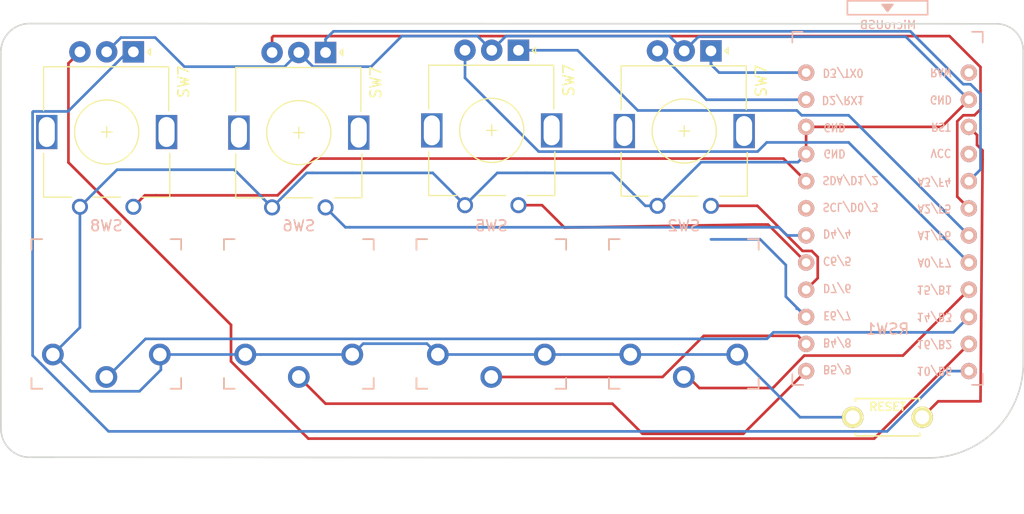
<source format=kicad_pcb>
(kicad_pcb (version 20171130) (host pcbnew "(5.1.4-0-10_14)")

  (general
    (thickness 1.6)
    (drawings 8)
    (tracks 185)
    (zones 0)
    (modules 10)
    (nets 23)
  )

  (page A4)
  (title_block
    (title mkbd)
    (date 2019-04-18)
    (rev 0.1)
    (company foostan)
  )

  (layers
    (0 F.Cu signal)
    (31 B.Cu signal)
    (32 B.Adhes user)
    (33 F.Adhes user)
    (34 B.Paste user)
    (35 F.Paste user)
    (36 B.SilkS user)
    (37 F.SilkS user)
    (38 B.Mask user)
    (39 F.Mask user)
    (40 Dwgs.User user)
    (41 Cmts.User user)
    (42 Eco1.User user)
    (43 Eco2.User user)
    (44 Edge.Cuts user)
    (45 Margin user)
    (46 B.CrtYd user)
    (47 F.CrtYd user)
    (48 B.Fab user)
    (49 F.Fab user)
  )

  (setup
    (last_trace_width 0.25)
    (trace_clearance 0.2)
    (zone_clearance 0.508)
    (zone_45_only no)
    (trace_min 0.2)
    (via_size 0.8)
    (via_drill 0.4)
    (via_min_size 0.4)
    (via_min_drill 0.3)
    (uvia_size 0.3)
    (uvia_drill 0.1)
    (uvias_allowed no)
    (uvia_min_size 0.2)
    (uvia_min_drill 0.1)
    (edge_width 0.15)
    (segment_width 0.2)
    (pcb_text_width 0.3)
    (pcb_text_size 1.5 1.5)
    (mod_edge_width 0.15)
    (mod_text_size 1 1)
    (mod_text_width 0.15)
    (pad_size 2 2)
    (pad_drill 1)
    (pad_to_mask_clearance 0.2)
    (aux_axis_origin 0 0)
    (visible_elements FFFFFF7F)
    (pcbplotparams
      (layerselection 0x010c0_ffffffff)
      (usegerberextensions false)
      (usegerberattributes false)
      (usegerberadvancedattributes false)
      (creategerberjobfile false)
      (excludeedgelayer true)
      (linewidth 0.100000)
      (plotframeref false)
      (viasonmask false)
      (mode 1)
      (useauxorigin false)
      (hpglpennumber 1)
      (hpglpenspeed 20)
      (hpglpendiameter 15.000000)
      (psnegative false)
      (psa4output false)
      (plotreference true)
      (plotvalue true)
      (plotinvisibletext false)
      (padsonsilk false)
      (subtractmaskfromsilk false)
      (outputformat 1)
      (mirror false)
      (drillshape 0)
      (scaleselection 1)
      (outputdirectory "gerber/"))
  )

  (net 0 "")
  (net 1 /RESET)
  (net 2 GND)
  (net 3 /SW_1)
  (net 4 /SW_2)
  (net 5 /SW_3)
  (net 6 /SW_4)
  (net 7 /SW_5)
  (net 8 /SW_6)
  (net 9 "Net-(U1-Pad24)")
  (net 10 VCC)
  (net 11 "Net-(U1-Pad20)")
  (net 12 "Net-(U1-Pad19)")
  (net 13 "Net-(U1-Pad18)")
  (net 14 "Net-(U1-Pad17)")
  (net 15 "Net-(U1-Pad16)")
  (net 16 "Net-(U1-Pad15)")
  (net 17 "Net-(U1-Pad14)")
  (net 18 "Net-(U1-Pad13)")
  (net 19 "Net-(U1-Pad6)")
  (net 20 "Net-(U1-Pad5)")
  (net 21 "Net-(SW7-PadA)")
  (net 22 "Net-(SW7-PadB)")

  (net_class Default "これはデフォルトのネット クラスです。"
    (clearance 0.2)
    (trace_width 0.25)
    (via_dia 0.8)
    (via_drill 0.4)
    (uvia_dia 0.3)
    (uvia_drill 0.1)
    (add_net /RESET)
    (add_net /SW_1)
    (add_net /SW_2)
    (add_net /SW_3)
    (add_net /SW_4)
    (add_net /SW_5)
    (add_net /SW_6)
    (add_net GND)
    (add_net "Net-(SW7-PadA)")
    (add_net "Net-(SW7-PadB)")
    (add_net "Net-(U1-Pad13)")
    (add_net "Net-(U1-Pad14)")
    (add_net "Net-(U1-Pad15)")
    (add_net "Net-(U1-Pad16)")
    (add_net "Net-(U1-Pad17)")
    (add_net "Net-(U1-Pad18)")
    (add_net "Net-(U1-Pad19)")
    (add_net "Net-(U1-Pad20)")
    (add_net "Net-(U1-Pad24)")
    (add_net "Net-(U1-Pad5)")
    (add_net "Net-(U1-Pad6)")
    (add_net VCC)
  )

  (module Rotary_Encoder:RotaryEncoder_Alps_EC11E_Vertical_H20mm (layer F.Cu) (tedit 5EF203AB) (tstamp 5EF23868)
    (at 40.99 62.95 270)
    (descr "Alps rotary encoder, EC12E... without switch (pins are dummy), vertical shaft, http://www.alps.com/prod/info/E/HTML/Encoder/Incremental/EC11/EC11E15204A3.html")
    (tags "rotary encoder")
    (path /5E9A134E)
    (fp_text reference SW7 (at 2.8 -4.7 90) (layer F.SilkS)
      (effects (font (size 1 1) (thickness 0.15)))
    )
    (fp_text value Rotary_Encoder_Switch (at 7.5 10.4 90) (layer F.Fab)
      (effects (font (size 1 1) (thickness 0.15)))
    )
    (fp_text user %R (at 11.1 6.3 90) (layer F.Fab)
      (effects (font (size 1 1) (thickness 0.15)))
    )
    (fp_line (start 7 2.5) (end 8 2.5) (layer F.SilkS) (width 0.12))
    (fp_line (start 7.5 2) (end 7.5 3) (layer F.SilkS) (width 0.12))
    (fp_line (start 13.6 5.8) (end 13.6 8.4) (layer F.SilkS) (width 0.12))
    (fp_line (start 13.6 1.2) (end 13.6 3.8) (layer F.SilkS) (width 0.12))
    (fp_line (start 13.6 -3.4) (end 13.6 -0.8) (layer F.SilkS) (width 0.12))
    (fp_line (start 4.5 2.5) (end 10.5 2.5) (layer F.Fab) (width 0.12))
    (fp_line (start 7.5 -0.5) (end 7.5 5.5) (layer F.Fab) (width 0.12))
    (fp_line (start 0.3 -1.6) (end 0 -1.3) (layer F.SilkS) (width 0.12))
    (fp_line (start -0.3 -1.6) (end 0.3 -1.6) (layer F.SilkS) (width 0.12))
    (fp_line (start 0 -1.3) (end -0.3 -1.6) (layer F.SilkS) (width 0.12))
    (fp_line (start 1.4 -3.3) (end 1.4 8.4) (layer F.SilkS) (width 0.12))
    (fp_line (start 5.5 -3.3) (end 1.4 -3.3) (layer F.SilkS) (width 0.12))
    (fp_line (start 5.5 8.4) (end 1.4 8.4) (layer F.SilkS) (width 0.12))
    (fp_line (start 13.6 8.4) (end 9.5 8.4) (layer F.SilkS) (width 0.12))
    (fp_line (start 9.5 -3.4) (end 13.6 -3.4) (layer F.SilkS) (width 0.12))
    (fp_line (start 1.5 -2.2) (end 2.5 -3.3) (layer F.Fab) (width 0.12))
    (fp_line (start 1.5 8.3) (end 1.5 -2.2) (layer F.Fab) (width 0.12))
    (fp_line (start 13.5 8.3) (end 1.5 8.3) (layer F.Fab) (width 0.12))
    (fp_line (start 13.5 -3.3) (end 13.5 8.3) (layer F.Fab) (width 0.12))
    (fp_line (start 2.5 -3.3) (end 13.5 -3.3) (layer F.Fab) (width 0.12))
    (fp_line (start -1.25 -4.35) (end 15.5 -4.35) (layer F.CrtYd) (width 0.05))
    (fp_line (start -1.25 -4.35) (end -1.25 9.35) (layer F.CrtYd) (width 0.05))
    (fp_line (start 15.5 9.35) (end 15.5 -4.35) (layer F.CrtYd) (width 0.05))
    (fp_line (start 15.5 9.35) (end -1.25 9.35) (layer F.CrtYd) (width 0.05))
    (fp_circle (center 7.5 2.5) (end 10.5 2.5) (layer F.SilkS) (width 0.12))
    (fp_circle (center 7.5 2.5) (end 10.5 2.5) (layer F.Fab) (width 0.12))
    (pad "" thru_hole circle (at 14.5 5 270) (size 1.5 1.5) (drill 1) (layers *.Cu *.Mask)
      (net 2 GND))
    (pad "" thru_hole circle (at 14.5 0 270) (size 1.5 1.5) (drill 1) (layers *.Cu *.Mask)
      (net 20 "Net-(U1-Pad5)"))
    (pad MP thru_hole rect (at 7.5 8.1 270) (size 3.2 2) (drill oval 2.8 1.5) (layers *.Cu *.Mask))
    (pad MP thru_hole rect (at 7.5 -3.1 270) (size 3.2 2) (drill oval 2.8 1.5) (layers *.Cu *.Mask))
    (pad B thru_hole circle (at 0 5 270) (size 2 2) (drill 1) (layers *.Cu *.Mask)
      (net 17 "Net-(U1-Pad14)"))
    (pad C thru_hole circle (at 0 2.5 270) (size 2 2) (drill 1) (layers *.Cu *.Mask)
      (net 2 GND))
    (pad A thru_hole rect (at 0 0 270) (size 2 2) (drill 1) (layers *.Cu *.Mask)
      (net 18 "Net-(U1-Pad13)"))
    (model ${KISYS3DMOD}/Rotary_Encoder.3dshapes/RotaryEncoder_Alps_EC11E_Vertical_H20mm.wrl
      (at (xyz 0 0 0))
      (scale (xyz 1 1 1))
      (rotate (xyz 0 0 0))
    )
  )

  (module Rotary_Encoder:RotaryEncoder_Alps_EC11E_Vertical_H20mm (layer F.Cu) (tedit 5EF20364) (tstamp 5EF2381E)
    (at 58.96 63.01 270)
    (descr "Alps rotary encoder, EC12E... without switch (pins are dummy), vertical shaft, http://www.alps.com/prod/info/E/HTML/Encoder/Incremental/EC11/EC11E15204A3.html")
    (tags "rotary encoder")
    (path /5E9A134E)
    (fp_text reference SW7 (at 2.8 -4.7 90) (layer F.SilkS)
      (effects (font (size 1 1) (thickness 0.15)))
    )
    (fp_text value Rotary_Encoder_Switch (at 7.5 10.4 90) (layer F.Fab)
      (effects (font (size 1 1) (thickness 0.15)))
    )
    (fp_circle (center 7.5 2.5) (end 10.5 2.5) (layer F.Fab) (width 0.12))
    (fp_circle (center 7.5 2.5) (end 10.5 2.5) (layer F.SilkS) (width 0.12))
    (fp_line (start 15.5 9.35) (end -1.25 9.35) (layer F.CrtYd) (width 0.05))
    (fp_line (start 15.5 9.35) (end 15.5 -4.35) (layer F.CrtYd) (width 0.05))
    (fp_line (start -1.25 -4.35) (end -1.25 9.35) (layer F.CrtYd) (width 0.05))
    (fp_line (start -1.25 -4.35) (end 15.5 -4.35) (layer F.CrtYd) (width 0.05))
    (fp_line (start 2.5 -3.3) (end 13.5 -3.3) (layer F.Fab) (width 0.12))
    (fp_line (start 13.5 -3.3) (end 13.5 8.3) (layer F.Fab) (width 0.12))
    (fp_line (start 13.5 8.3) (end 1.5 8.3) (layer F.Fab) (width 0.12))
    (fp_line (start 1.5 8.3) (end 1.5 -2.2) (layer F.Fab) (width 0.12))
    (fp_line (start 1.5 -2.2) (end 2.5 -3.3) (layer F.Fab) (width 0.12))
    (fp_line (start 9.5 -3.4) (end 13.6 -3.4) (layer F.SilkS) (width 0.12))
    (fp_line (start 13.6 8.4) (end 9.5 8.4) (layer F.SilkS) (width 0.12))
    (fp_line (start 5.5 8.4) (end 1.4 8.4) (layer F.SilkS) (width 0.12))
    (fp_line (start 5.5 -3.3) (end 1.4 -3.3) (layer F.SilkS) (width 0.12))
    (fp_line (start 1.4 -3.3) (end 1.4 8.4) (layer F.SilkS) (width 0.12))
    (fp_line (start 0 -1.3) (end -0.3 -1.6) (layer F.SilkS) (width 0.12))
    (fp_line (start -0.3 -1.6) (end 0.3 -1.6) (layer F.SilkS) (width 0.12))
    (fp_line (start 0.3 -1.6) (end 0 -1.3) (layer F.SilkS) (width 0.12))
    (fp_line (start 7.5 -0.5) (end 7.5 5.5) (layer F.Fab) (width 0.12))
    (fp_line (start 4.5 2.5) (end 10.5 2.5) (layer F.Fab) (width 0.12))
    (fp_line (start 13.6 -3.4) (end 13.6 -0.8) (layer F.SilkS) (width 0.12))
    (fp_line (start 13.6 1.2) (end 13.6 3.8) (layer F.SilkS) (width 0.12))
    (fp_line (start 13.6 5.8) (end 13.6 8.4) (layer F.SilkS) (width 0.12))
    (fp_line (start 7.5 2) (end 7.5 3) (layer F.SilkS) (width 0.12))
    (fp_line (start 7 2.5) (end 8 2.5) (layer F.SilkS) (width 0.12))
    (fp_text user %R (at 11.1 6.3 90) (layer F.Fab)
      (effects (font (size 1 1) (thickness 0.15)))
    )
    (pad A thru_hole rect (at 0 0 270) (size 2 2) (drill 1) (layers *.Cu *.Mask)
      (net 11 "Net-(U1-Pad20)"))
    (pad C thru_hole circle (at 0 2.5 270) (size 2 2) (drill 1) (layers *.Cu *.Mask)
      (net 2 GND))
    (pad B thru_hole circle (at 0 5 270) (size 2 2) (drill 1) (layers *.Cu *.Mask)
      (net 12 "Net-(U1-Pad19)"))
    (pad MP thru_hole rect (at 7.5 -3.1 270) (size 3.2 2) (drill oval 2.8 1.5) (layers *.Cu *.Mask))
    (pad MP thru_hole rect (at 7.5 8.1 270) (size 3.2 2) (drill oval 2.8 1.5) (layers *.Cu *.Mask))
    (pad "" thru_hole circle (at 14.5 0 270) (size 1.5 1.5) (drill 1) (layers *.Cu *.Mask)
      (net 3 /SW_1))
    (pad "" thru_hole circle (at 14.5 5 270) (size 1.5 1.5) (drill 1) (layers *.Cu *.Mask)
      (net 2 GND))
    (model ${KISYS3DMOD}/Rotary_Encoder.3dshapes/RotaryEncoder_Alps_EC11E_Vertical_H20mm.wrl
      (at (xyz 0 0 0))
      (scale (xyz 1 1 1))
      (rotate (xyz 0 0 0))
    )
  )

  (module Rotary_Encoder:RotaryEncoder_Alps_EC11E_Vertical_H20mm (layer F.Cu) (tedit 5EB16E7E) (tstamp 5EB0249D)
    (at 77 62.8 270)
    (descr "Alps rotary encoder, EC12E... without switch (pins are dummy), vertical shaft, http://www.alps.com/prod/info/E/HTML/Encoder/Incremental/EC11/EC11E15204A3.html")
    (tags "rotary encoder")
    (path /5E9A134E)
    (fp_text reference SW7 (at 2.8 -4.7 90) (layer F.SilkS)
      (effects (font (size 1 1) (thickness 0.15)))
    )
    (fp_text value Rotary_Encoder_Switch (at 7.5 10.4 90) (layer F.Fab)
      (effects (font (size 1 1) (thickness 0.15)))
    )
    (fp_text user %R (at 11.1 6.3 90) (layer F.Fab)
      (effects (font (size 1 1) (thickness 0.15)))
    )
    (fp_line (start 7 2.5) (end 8 2.5) (layer F.SilkS) (width 0.12))
    (fp_line (start 7.5 2) (end 7.5 3) (layer F.SilkS) (width 0.12))
    (fp_line (start 13.6 5.8) (end 13.6 8.4) (layer F.SilkS) (width 0.12))
    (fp_line (start 13.6 1.2) (end 13.6 3.8) (layer F.SilkS) (width 0.12))
    (fp_line (start 13.6 -3.4) (end 13.6 -0.8) (layer F.SilkS) (width 0.12))
    (fp_line (start 4.5 2.5) (end 10.5 2.5) (layer F.Fab) (width 0.12))
    (fp_line (start 7.5 -0.5) (end 7.5 5.5) (layer F.Fab) (width 0.12))
    (fp_line (start 0.3 -1.6) (end 0 -1.3) (layer F.SilkS) (width 0.12))
    (fp_line (start -0.3 -1.6) (end 0.3 -1.6) (layer F.SilkS) (width 0.12))
    (fp_line (start 0 -1.3) (end -0.3 -1.6) (layer F.SilkS) (width 0.12))
    (fp_line (start 1.4 -3.3) (end 1.4 8.4) (layer F.SilkS) (width 0.12))
    (fp_line (start 5.5 -3.3) (end 1.4 -3.3) (layer F.SilkS) (width 0.12))
    (fp_line (start 5.5 8.4) (end 1.4 8.4) (layer F.SilkS) (width 0.12))
    (fp_line (start 13.6 8.4) (end 9.5 8.4) (layer F.SilkS) (width 0.12))
    (fp_line (start 9.5 -3.4) (end 13.6 -3.4) (layer F.SilkS) (width 0.12))
    (fp_line (start 1.5 -2.2) (end 2.5 -3.3) (layer F.Fab) (width 0.12))
    (fp_line (start 1.5 8.3) (end 1.5 -2.2) (layer F.Fab) (width 0.12))
    (fp_line (start 13.5 8.3) (end 1.5 8.3) (layer F.Fab) (width 0.12))
    (fp_line (start 13.5 -3.3) (end 13.5 8.3) (layer F.Fab) (width 0.12))
    (fp_line (start 2.5 -3.3) (end 13.5 -3.3) (layer F.Fab) (width 0.12))
    (fp_line (start -1.25 -4.35) (end 15.5 -4.35) (layer F.CrtYd) (width 0.05))
    (fp_line (start -1.25 -4.35) (end -1.25 9.35) (layer F.CrtYd) (width 0.05))
    (fp_line (start 15.5 9.35) (end 15.5 -4.35) (layer F.CrtYd) (width 0.05))
    (fp_line (start 15.5 9.35) (end -1.25 9.35) (layer F.CrtYd) (width 0.05))
    (fp_circle (center 7.5 2.5) (end 10.5 2.5) (layer F.SilkS) (width 0.12))
    (fp_circle (center 7.5 2.5) (end 10.5 2.5) (layer F.Fab) (width 0.12))
    (pad "" thru_hole circle (at 14.5 5 270) (size 1.5 1.5) (drill 1) (layers *.Cu *.Mask)
      (net 2 GND))
    (pad "" thru_hole circle (at 14.5 0 270) (size 1.5 1.5) (drill 1) (layers *.Cu *.Mask)
      (net 4 /SW_2))
    (pad MP thru_hole rect (at 7.5 8.1 270) (size 3.2 2) (drill oval 2.8 1.5) (layers *.Cu *.Mask))
    (pad MP thru_hole rect (at 7.5 -3.1 270) (size 3.2 2) (drill oval 2.8 1.5) (layers *.Cu *.Mask))
    (pad B thru_hole circle (at 0 5 270) (size 2 2) (drill 1) (layers *.Cu *.Mask)
      (net 14 "Net-(U1-Pad17)"))
    (pad C thru_hole circle (at 0 2.5 270) (size 2 2) (drill 1) (layers *.Cu *.Mask)
      (net 2 GND))
    (pad A thru_hole rect (at 0 0 270) (size 2 2) (drill 1) (layers *.Cu *.Mask)
      (net 13 "Net-(U1-Pad18)"))
    (model ${KISYS3DMOD}/Rotary_Encoder.3dshapes/RotaryEncoder_Alps_EC11E_Vertical_H20mm.wrl
      (at (xyz 0 0 0))
      (scale (xyz 1 1 1))
      (rotate (xyz 0 0 0))
    )
  )

  (module kbd:SW_PG1350_reversible (layer F.Cu) (tedit 5EAFDBC5) (tstamp 5EAFDB40)
    (at 38.46 87.48)
    (descr "Kailh \"Choc\" PG1350 keyswitch, able to be mounted on front or back of PCB")
    (tags kailh,choc)
    (path /5CB5EE9C)
    (fp_text reference SW8 (at 0 4.15) (layer Dwgs.User) hide
      (effects (font (size 1 1) (thickness 0.15)))
    )
    (fp_text value SW_PUSH (at -0.05 5.7) (layer Dwgs.User) hide
      (effects (font (size 1 1) (thickness 0.15)))
    )
    (fp_line (start 6 -7) (end 7 -7) (layer F.SilkS) (width 0.15))
    (fp_line (start 7 -7) (end 7 -6) (layer F.SilkS) (width 0.15))
    (fp_line (start 7 6) (end 7 7) (layer F.SilkS) (width 0.15))
    (fp_line (start 7 7) (end 6 7) (layer F.SilkS) (width 0.15))
    (fp_line (start -6 7) (end -7 7) (layer F.SilkS) (width 0.15))
    (fp_line (start -7 7) (end -7 6) (layer F.SilkS) (width 0.15))
    (fp_line (start -7 -6) (end -7 -7) (layer F.SilkS) (width 0.15))
    (fp_line (start -7 -7) (end -6 -7) (layer F.SilkS) (width 0.15))
    (fp_line (start -2.6 -3.1) (end 2.6 -3.1) (layer Eco2.User) (width 0.15))
    (fp_line (start 2.6 -3.1) (end 2.6 -6.3) (layer Eco2.User) (width 0.15))
    (fp_line (start 2.6 -6.3) (end -2.6 -6.3) (layer Eco2.User) (width 0.15))
    (fp_line (start -2.6 -3.1) (end -2.6 -6.3) (layer Eco2.User) (width 0.15))
    (fp_line (start -7 -6) (end -7 -7) (layer B.SilkS) (width 0.15))
    (fp_line (start -7 -7) (end -6 -7) (layer B.SilkS) (width 0.15))
    (fp_line (start -6 7) (end -7 7) (layer B.SilkS) (width 0.15))
    (fp_line (start -7 7) (end -7 6) (layer B.SilkS) (width 0.15))
    (fp_line (start 7 6) (end 7 7) (layer B.SilkS) (width 0.15))
    (fp_line (start 7 7) (end 6 7) (layer B.SilkS) (width 0.15))
    (fp_line (start 6 -7) (end 7 -7) (layer B.SilkS) (width 0.15))
    (fp_line (start 7 -7) (end 7 -6) (layer B.SilkS) (width 0.15))
    (fp_line (start -6.9 6.9) (end 6.9 6.9) (layer Eco2.User) (width 0.15))
    (fp_line (start 6.9 -6.9) (end -6.9 -6.9) (layer Eco2.User) (width 0.15))
    (fp_line (start 6.9 -6.9) (end 6.9 6.9) (layer Eco2.User) (width 0.15))
    (fp_line (start -6.9 6.9) (end -6.9 -6.9) (layer Eco2.User) (width 0.15))
    (fp_line (start -7.5 -7.5) (end 7.5 -7.5) (layer B.Fab) (width 0.15))
    (fp_line (start 7.5 -7.5) (end 7.5 7.5) (layer B.Fab) (width 0.15))
    (fp_line (start 7.5 7.5) (end -7.5 7.5) (layer B.Fab) (width 0.15))
    (fp_line (start -7.5 7.5) (end -7.5 -7.5) (layer B.Fab) (width 0.15))
    (fp_text user %R (at 0 -8.255) (layer B.SilkS)
      (effects (font (size 1 1) (thickness 0.15)) (justify mirror))
    )
    (fp_text user %V (at 0 8.255) (layer B.Fab)
      (effects (font (size 1 1) (thickness 0.15)) (justify mirror))
    )
    (fp_line (start -7.5 -7.5) (end 7.5 -7.5) (layer F.Fab) (width 0.15))
    (fp_line (start 7.5 7.5) (end -7.5 7.5) (layer F.Fab) (width 0.15))
    (fp_line (start 7.5 -7.5) (end 7.5 7.5) (layer F.Fab) (width 0.15))
    (fp_line (start -7.5 7.5) (end -7.5 -7.5) (layer F.Fab) (width 0.15))
    (fp_text user %R (at 0 0) (layer F.Fab)
      (effects (font (size 1 1) (thickness 0.15)))
    )
    (fp_text user %R (at 0 0) (layer B.Fab)
      (effects (font (size 1 1) (thickness 0.15)) (justify mirror))
    )
    (pad "" np_thru_hole circle (at -5.22 -4.2) (size 0.9906 0.9906) (drill 0.9906) (layers *.Cu *.Mask))
    (pad 2 thru_hole circle (at 5 3.8) (size 2.032 2.032) (drill 1.27) (layers *.Cu *.Mask)
      (net 2 GND))
    (pad "" np_thru_hole circle (at 0 0) (size 3.429 3.429) (drill 3.429) (layers *.Cu *.Mask))
    (pad 2 thru_hole circle (at -5 3.8) (size 2.032 2.032) (drill 1.27) (layers *.Cu *.Mask)
      (net 2 GND))
    (pad 1 thru_hole circle (at 0 5.9) (size 2.032 2.032) (drill 1.27) (layers *.Cu *.Mask)
      (net 16 "Net-(U1-Pad15)"))
    (pad "" np_thru_hole circle (at 5.22 -4.2) (size 0.9906 0.9906) (drill 0.9906) (layers *.Cu *.Mask))
    (pad "" np_thru_hole circle (at 5.5 0) (size 1.7018 1.7018) (drill 1.7018) (layers *.Cu *.Mask))
    (pad "" np_thru_hole circle (at -5.5 0) (size 1.7018 1.7018) (drill 1.7018) (layers *.Cu *.Mask))
  )

  (module kbd:ProMicro_v3 (layer B.Cu) (tedit 5EAC4A3F) (tstamp 5CB64683)
    (at 111.51 79.37 180)
    (path /5CB5F40D)
    (fp_text reference U1 (at 0 5 90) (layer B.SilkS) hide
      (effects (font (size 1 1) (thickness 0.15)) (justify mirror))
    )
    (fp_text value ProMicro_r (at -0.1 -0.05 -90) (layer B.Fab) hide
      (effects (font (size 1 1) (thickness 0.15)) (justify mirror))
    )
    (fp_line (start 8.9 -14.75) (end 7.89 -14.75) (layer B.SilkS) (width 0.15))
    (fp_line (start -8.9 -14.75) (end -7.9 -14.75) (layer B.SilkS) (width 0.15))
    (fp_line (start 8.9 -13.75) (end 8.9 -14.75) (layer B.SilkS) (width 0.15))
    (fp_line (start -8.9 -13.7) (end -8.9 -14.75) (layer B.SilkS) (width 0.15))
    (fp_line (start 8.9 18.3) (end 7.95 18.3) (layer B.SilkS) (width 0.15))
    (fp_line (start -8.9 18.3) (end -7.9 18.3) (layer B.SilkS) (width 0.15))
    (fp_line (start 8.9 18.3) (end 8.9 17.3) (layer B.SilkS) (width 0.15))
    (fp_line (start -8.9 18.3) (end -8.9 17.3) (layer B.SilkS) (width 0.15))
    (fp_text user "" (at -1.2515 16.256) (layer F.SilkS)
      (effects (font (size 1 1) (thickness 0.15)))
    )
    (fp_text user "" (at -0.545 17.4) (layer B.SilkS)
      (effects (font (size 1 1) (thickness 0.15)) (justify mirror))
    )
    (fp_line (start -8.9 -14.75) (end -8.9 18.3) (layer B.Fab) (width 0.15))
    (fp_line (start 8.9 -14.75) (end -8.9 -14.75) (layer B.Fab) (width 0.15))
    (fp_line (start 8.9 18.3) (end 8.9 -14.75) (layer B.Fab) (width 0.15))
    (fp_line (start -8.9 18.3) (end -3.75 18.3) (layer B.Fab) (width 0.15))
    (fp_text user RAW (at -4.995 14.5 180 unlocked) (layer B.SilkS)
      (effects (font (size 0.75 0.67) (thickness 0.125)) (justify mirror))
    )
    (fp_text user GND (at -4.995 11.95 180 unlocked) (layer B.SilkS)
      (effects (font (size 0.75 0.67) (thickness 0.125)) (justify mirror))
    )
    (fp_text user RST (at -4.995 9.4 180 unlocked) (layer B.SilkS)
      (effects (font (size 0.75 0.67) (thickness 0.125)) (justify mirror))
    )
    (fp_text user VCC (at -4.995 6.95 180 unlocked) (layer B.SilkS)
      (effects (font (size 0.75 0.67) (thickness 0.125)) (justify mirror))
    )
    (fp_text user A3/F4 (at -4.395 4.25 180 unlocked) (layer B.SilkS)
      (effects (font (size 0.75 0.67) (thickness 0.125)) (justify mirror))
    )
    (fp_text user A2/F5 (at -4.395 1.75 180 unlocked) (layer B.SilkS)
      (effects (font (size 0.75 0.67) (thickness 0.125)) (justify mirror))
    )
    (fp_text user A1/F6 (at -4.395 -0.75 180 unlocked) (layer B.SilkS)
      (effects (font (size 0.75 0.67) (thickness 0.125)) (justify mirror))
    )
    (fp_text user A0/F7 (at -4.395 -3.3 180 unlocked) (layer B.SilkS)
      (effects (font (size 0.75 0.67) (thickness 0.125)) (justify mirror))
    )
    (fp_text user 15/B1 (at -4.395 -5.85 180 unlocked) (layer B.SilkS)
      (effects (font (size 0.75 0.67) (thickness 0.125)) (justify mirror))
    )
    (fp_text user 14/B3 (at -4.395 -8.4 180 unlocked) (layer B.SilkS)
      (effects (font (size 0.75 0.67) (thickness 0.125)) (justify mirror))
    )
    (fp_text user 10/B6 (at -4.395 -13.45 180 unlocked) (layer B.SilkS)
      (effects (font (size 0.75 0.67) (thickness 0.125)) (justify mirror))
    )
    (fp_text user 16/B2 (at -4.395 -10.95 180 unlocked) (layer B.SilkS)
      (effects (font (size 0.75 0.67) (thickness 0.125)) (justify mirror))
    )
    (fp_text user E6/7 (at 4.705 -8.25 180 unlocked) (layer B.SilkS)
      (effects (font (size 0.75 0.67) (thickness 0.125)) (justify mirror))
    )
    (fp_text user D7/6 (at 4.705 -5.7 180 unlocked) (layer B.SilkS)
      (effects (font (size 0.75 0.67) (thickness 0.125)) (justify mirror))
    )
    (fp_text user GND (at 4.955 9.35 180 unlocked) (layer B.SilkS)
      (effects (font (size 0.75 0.67) (thickness 0.125)) (justify mirror))
    )
    (fp_text user GND (at 4.955 6.9 180 unlocked) (layer B.SilkS)
      (effects (font (size 0.75 0.67) (thickness 0.125)) (justify mirror))
    )
    (fp_text user D3/TX0 (at 4.155 14.45 180 unlocked) (layer B.SilkS)
      (effects (font (size 0.75 0.67) (thickness 0.125)) (justify mirror))
    )
    (fp_text user D4/4 (at 4.705 -0.6 180 unlocked) (layer B.SilkS)
      (effects (font (size 0.75 0.67) (thickness 0.125)) (justify mirror))
    )
    (fp_text user SDA/D1/2 (at 3.455 4.4 180 unlocked) (layer B.SilkS)
      (effects (font (size 0.75 0.67) (thickness 0.125)) (justify mirror))
    )
    (fp_text user SCL/D0/3 (at 3.455 1.9 180 unlocked) (layer B.SilkS)
      (effects (font (size 0.75 0.67) (thickness 0.125)) (justify mirror))
    )
    (fp_text user C6/5 (at 4.705 -3.15 180 unlocked) (layer B.SilkS)
      (effects (font (size 0.75 0.67) (thickness 0.125)) (justify mirror))
    )
    (fp_text user B5/9 (at 4.705 -13.3 180 unlocked) (layer B.SilkS)
      (effects (font (size 0.75 0.67) (thickness 0.125)) (justify mirror))
    )
    (fp_text user D2/RX1 (at 4.155 11.9 180 unlocked) (layer B.SilkS)
      (effects (font (size 0.75 0.67) (thickness 0.125)) (justify mirror))
    )
    (fp_text user B4/8 (at 4.705 -10.8 180 unlocked) (layer B.SilkS)
      (effects (font (size 0.75 0.67) (thickness 0.125)) (justify mirror))
    )
    (fp_line (start -3.75 19.6) (end 3.75 19.6) (layer B.Fab) (width 0.15))
    (fp_line (start 3.75 19.6) (end 3.75 18.3) (layer B.Fab) (width 0.15))
    (fp_line (start -3.75 19.6) (end -3.75 18.299039) (layer B.Fab) (width 0.15))
    (fp_line (start -3.75 18.3) (end 3.75 18.3) (layer B.Fab) (width 0.15))
    (fp_line (start 3.76 18.3) (end 8.9 18.3) (layer B.Fab) (width 0.15))
    (fp_line (start -3.75 21.2) (end -3.75 19.9) (layer B.SilkS) (width 0.15))
    (fp_line (start -3.75 19.9) (end 3.75 19.9) (layer B.SilkS) (width 0.15))
    (fp_line (start 3.75 19.9) (end 3.75 21.2) (layer B.SilkS) (width 0.15))
    (fp_line (start 3.75 21.2) (end -3.75 21.2) (layer B.SilkS) (width 0.15))
    (fp_line (start -0.5 20.85) (end 0.5 20.85) (layer B.SilkS) (width 0.15))
    (fp_line (start 0.5 20.85) (end 0 20.2) (layer B.SilkS) (width 0.15))
    (fp_line (start 0 20.2) (end -0.5 20.85) (layer B.SilkS) (width 0.15))
    (fp_line (start -0.35 20.7) (end 0.35 20.7) (layer B.SilkS) (width 0.15))
    (fp_line (start -0.25 20.55) (end 0.25 20.55) (layer B.SilkS) (width 0.15))
    (fp_line (start -0.15 20.4) (end 0.15 20.4) (layer B.SilkS) (width 0.15))
    (fp_text user MicroUSB (at -0.05 18.95) (layer B.SilkS)
      (effects (font (size 0.75 0.75) (thickness 0.12)) (justify mirror))
    )
    (pad 24 thru_hole circle (at -7.6086 14.478 180) (size 1.524 1.524) (drill 0.8128) (layers *.Cu *.Mask B.SilkS)
      (net 9 "Net-(U1-Pad24)"))
    (pad 23 thru_hole circle (at -7.6086 11.938 180) (size 1.524 1.524) (drill 0.8128) (layers *.Cu *.Mask B.SilkS)
      (net 2 GND))
    (pad 22 thru_hole circle (at -7.6086 9.398 180) (size 1.524 1.524) (drill 0.8128) (layers *.Cu *.Mask B.SilkS)
      (net 1 /RESET))
    (pad 21 thru_hole circle (at -7.6086 6.858 180) (size 1.524 1.524) (drill 0.8128) (layers *.Cu *.Mask B.SilkS)
      (net 10 VCC))
    (pad 20 thru_hole circle (at -7.6086 4.318 180) (size 1.524 1.524) (drill 0.8128) (layers *.Cu *.Mask B.SilkS)
      (net 11 "Net-(U1-Pad20)"))
    (pad 19 thru_hole circle (at -7.6086 1.778 180) (size 1.524 1.524) (drill 0.8128) (layers *.Cu *.Mask B.SilkS)
      (net 12 "Net-(U1-Pad19)"))
    (pad 18 thru_hole circle (at -7.6086 -0.762 180) (size 1.524 1.524) (drill 0.8128) (layers *.Cu *.Mask B.SilkS)
      (net 13 "Net-(U1-Pad18)"))
    (pad 17 thru_hole circle (at -7.6086 -3.302 180) (size 1.524 1.524) (drill 0.8128) (layers *.Cu *.Mask B.SilkS)
      (net 14 "Net-(U1-Pad17)"))
    (pad 16 thru_hole circle (at -7.6086 -5.842 180) (size 1.524 1.524) (drill 0.8128) (layers *.Cu *.Mask B.SilkS)
      (net 15 "Net-(U1-Pad16)"))
    (pad 15 thru_hole circle (at -7.6086 -8.382 180) (size 1.524 1.524) (drill 0.8128) (layers *.Cu *.Mask B.SilkS)
      (net 16 "Net-(U1-Pad15)"))
    (pad 14 thru_hole circle (at -7.6086 -10.922 180) (size 1.524 1.524) (drill 0.8128) (layers *.Cu *.Mask B.SilkS)
      (net 17 "Net-(U1-Pad14)"))
    (pad 13 thru_hole circle (at -7.6086 -13.462 180) (size 1.524 1.524) (drill 0.8128) (layers *.Cu *.Mask B.SilkS)
      (net 18 "Net-(U1-Pad13)"))
    (pad 12 thru_hole circle (at 7.6114 -13.462 180) (size 1.524 1.524) (drill 0.8128) (layers *.Cu *.Mask B.SilkS)
      (net 8 /SW_6))
    (pad 11 thru_hole circle (at 7.6114 -10.922 180) (size 1.524 1.524) (drill 0.8128) (layers *.Cu *.Mask B.SilkS)
      (net 7 /SW_5))
    (pad 10 thru_hole circle (at 7.6114 -8.382 180) (size 1.524 1.524) (drill 0.8128) (layers *.Cu *.Mask B.SilkS)
      (net 6 /SW_4))
    (pad 9 thru_hole circle (at 7.6114 -5.842 180) (size 1.524 1.524) (drill 0.8128) (layers *.Cu *.Mask B.SilkS)
      (net 5 /SW_3))
    (pad 8 thru_hole circle (at 7.6114 -3.302 180) (size 1.524 1.524) (drill 0.8128) (layers *.Cu *.Mask B.SilkS)
      (net 4 /SW_2))
    (pad 7 thru_hole circle (at 7.6114 -0.762 180) (size 1.524 1.524) (drill 0.8128) (layers *.Cu *.Mask B.SilkS)
      (net 3 /SW_1))
    (pad 6 thru_hole circle (at 7.6114 1.778 180) (size 1.524 1.524) (drill 0.8128) (layers *.Cu *.Mask B.SilkS)
      (net 19 "Net-(U1-Pad6)"))
    (pad 5 thru_hole circle (at 7.6114 4.318 180) (size 1.524 1.524) (drill 0.8128) (layers *.Cu *.Mask B.SilkS)
      (net 20 "Net-(U1-Pad5)"))
    (pad 4 thru_hole circle (at 7.6114 6.858 180) (size 1.524 1.524) (drill 0.8128) (layers *.Cu *.Mask B.SilkS)
      (net 2 GND))
    (pad 3 thru_hole circle (at 7.6114 9.398 180) (size 1.524 1.524) (drill 0.8128) (layers *.Cu *.Mask B.SilkS)
      (net 2 GND))
    (pad 2 thru_hole circle (at 7.6114 11.938 180) (size 1.524 1.524) (drill 0.8128) (layers *.Cu *.Mask B.SilkS)
      (net 22 "Net-(SW7-PadB)"))
    (pad 1 thru_hole circle (at 7.6114 14.478 180) (size 1.524 1.524) (drill 0.8128) (layers *.Cu *.Mask B.SilkS)
      (net 21 "Net-(SW7-PadA)"))
  )

  (module Rotary_Encoder:RotaryEncoder_Alps_EC11E_Vertical_H20mm (layer F.Cu) (tedit 5E99D69A) (tstamp 5E99E325)
    (at 95 62.86 270)
    (descr "Alps rotary encoder, EC12E... without switch (pins are dummy), vertical shaft, http://www.alps.com/prod/info/E/HTML/Encoder/Incremental/EC11/EC11E15204A3.html")
    (tags "rotary encoder")
    (path /5E9A134E)
    (fp_text reference SW7 (at 2.8 -4.7 90) (layer F.SilkS)
      (effects (font (size 1 1) (thickness 0.15)))
    )
    (fp_text value Rotary_Encoder_Switch (at 7.5 10.4 90) (layer F.Fab)
      (effects (font (size 1 1) (thickness 0.15)))
    )
    (fp_circle (center 7.5 2.5) (end 10.5 2.5) (layer F.Fab) (width 0.12))
    (fp_circle (center 7.5 2.5) (end 10.5 2.5) (layer F.SilkS) (width 0.12))
    (fp_line (start 15.5 9.35) (end -1.25 9.35) (layer F.CrtYd) (width 0.05))
    (fp_line (start 15.5 9.35) (end 15.5 -4.35) (layer F.CrtYd) (width 0.05))
    (fp_line (start -1.25 -4.35) (end -1.25 9.35) (layer F.CrtYd) (width 0.05))
    (fp_line (start -1.25 -4.35) (end 15.5 -4.35) (layer F.CrtYd) (width 0.05))
    (fp_line (start 2.5 -3.3) (end 13.5 -3.3) (layer F.Fab) (width 0.12))
    (fp_line (start 13.5 -3.3) (end 13.5 8.3) (layer F.Fab) (width 0.12))
    (fp_line (start 13.5 8.3) (end 1.5 8.3) (layer F.Fab) (width 0.12))
    (fp_line (start 1.5 8.3) (end 1.5 -2.2) (layer F.Fab) (width 0.12))
    (fp_line (start 1.5 -2.2) (end 2.5 -3.3) (layer F.Fab) (width 0.12))
    (fp_line (start 9.5 -3.4) (end 13.6 -3.4) (layer F.SilkS) (width 0.12))
    (fp_line (start 13.6 8.4) (end 9.5 8.4) (layer F.SilkS) (width 0.12))
    (fp_line (start 5.5 8.4) (end 1.4 8.4) (layer F.SilkS) (width 0.12))
    (fp_line (start 5.5 -3.3) (end 1.4 -3.3) (layer F.SilkS) (width 0.12))
    (fp_line (start 1.4 -3.3) (end 1.4 8.4) (layer F.SilkS) (width 0.12))
    (fp_line (start 0 -1.3) (end -0.3 -1.6) (layer F.SilkS) (width 0.12))
    (fp_line (start -0.3 -1.6) (end 0.3 -1.6) (layer F.SilkS) (width 0.12))
    (fp_line (start 0.3 -1.6) (end 0 -1.3) (layer F.SilkS) (width 0.12))
    (fp_line (start 7.5 -0.5) (end 7.5 5.5) (layer F.Fab) (width 0.12))
    (fp_line (start 4.5 2.5) (end 10.5 2.5) (layer F.Fab) (width 0.12))
    (fp_line (start 13.6 -3.4) (end 13.6 -0.8) (layer F.SilkS) (width 0.12))
    (fp_line (start 13.6 1.2) (end 13.6 3.8) (layer F.SilkS) (width 0.12))
    (fp_line (start 13.6 5.8) (end 13.6 8.4) (layer F.SilkS) (width 0.12))
    (fp_line (start 7.5 2) (end 7.5 3) (layer F.SilkS) (width 0.12))
    (fp_line (start 7 2.5) (end 8 2.5) (layer F.SilkS) (width 0.12))
    (fp_text user %R (at 11.1 6.3 90) (layer F.Fab)
      (effects (font (size 1 1) (thickness 0.15)))
    )
    (pad A thru_hole rect (at 0 0 270) (size 2 2) (drill 1) (layers *.Cu *.Mask)
      (net 21 "Net-(SW7-PadA)"))
    (pad C thru_hole circle (at 0 2.5 270) (size 2 2) (drill 1) (layers *.Cu *.Mask)
      (net 2 GND))
    (pad B thru_hole circle (at 0 5 270) (size 2 2) (drill 1) (layers *.Cu *.Mask)
      (net 22 "Net-(SW7-PadB)"))
    (pad MP thru_hole rect (at 7.5 -3.1 270) (size 3.2 2) (drill oval 2.8 1.5) (layers *.Cu *.Mask))
    (pad MP thru_hole rect (at 7.5 8.1 270) (size 3.2 2) (drill oval 2.8 1.5) (layers *.Cu *.Mask))
    (pad "" thru_hole circle (at 14.5 0 270) (size 1.5 1.5) (drill 1) (layers *.Cu *.Mask)
      (net 5 /SW_3))
    (pad "" thru_hole circle (at 14.5 5 270) (size 1.5 1.5) (drill 1) (layers *.Cu *.Mask)
      (net 2 GND))
    (model ${KISYS3DMOD}/Rotary_Encoder.3dshapes/RotaryEncoder_Alps_EC11E_Vertical_H20mm.wrl
      (at (xyz 0 0 0))
      (scale (xyz 1 1 1))
      (rotate (xyz 0 0 0))
    )
  )

  (module foostan:ResetSW_1side (layer F.Cu) (tedit 5C66D325) (tstamp 5CB645C3)
    (at 111.51 97.15)
    (path /5CB5EA0E)
    (fp_text reference RSW1 (at 0 2.55) (layer F.SilkS) hide
      (effects (font (size 1 1) (thickness 0.15)))
    )
    (fp_text value SW_Push (at 0.1 -4.1) (layer F.Fab)
      (effects (font (size 1 1) (thickness 0.15)))
    )
    (fp_text user RESET (at 0 -0.98) (layer F.SilkS)
      (effects (font (size 0.75 0.75) (thickness 0.15)))
    )
    (fp_line (start 3 -1.75) (end 3 -1.5) (layer F.SilkS) (width 0.15))
    (fp_line (start -3 -1.75) (end 3 -1.75) (layer F.SilkS) (width 0.15))
    (fp_line (start -3 -1.75) (end -3 -1.5) (layer F.SilkS) (width 0.15))
    (fp_line (start -3 1.75) (end -3 1.5) (layer F.SilkS) (width 0.15))
    (fp_line (start 3 1.75) (end 3 1.5) (layer F.SilkS) (width 0.15))
    (fp_line (start -3 1.75) (end 3 1.75) (layer F.SilkS) (width 0.15))
    (fp_text user %R (at 0 -8.255) (layer B.SilkS)
      (effects (font (size 1 1) (thickness 0.15)) (justify mirror))
    )
    (fp_text user %V (at 0 8.255) (layer B.Fab)
      (effects (font (size 1 1) (thickness 0.15)) (justify mirror))
    )
    (pad 2 thru_hole circle (at -3.25 0) (size 2 2) (drill 1.3) (layers *.Cu F.SilkS B.Mask)
      (net 2 GND))
    (pad 1 thru_hole circle (at 3.25 0) (size 2 2) (drill 1.3) (layers *.Cu F.SilkS B.Mask)
      (net 1 /RESET))
  )

  (module kbd:SW_PG1350_reversible (layer F.Cu) (tedit 5EB16D56) (tstamp 5CB73FFE)
    (at 92.46 87.48)
    (descr "Kailh \"Choc\" PG1350 keyswitch, able to be mounted on front or back of PCB")
    (tags kailh,choc)
    (path /5CB5EE19)
    (fp_text reference SW2 (at 0 4.15) (layer Dwgs.User) hide
      (effects (font (size 1 1) (thickness 0.15)))
    )
    (fp_text value SW_PUSH (at -0.05 5.7) (layer Dwgs.User) hide
      (effects (font (size 1 1) (thickness 0.15)))
    )
    (fp_text user %R (at 0 0) (layer B.Fab)
      (effects (font (size 1 1) (thickness 0.15)) (justify mirror))
    )
    (fp_text user %R (at 0 0) (layer F.Fab)
      (effects (font (size 1 1) (thickness 0.15)))
    )
    (fp_line (start -7.5 7.5) (end -7.5 -7.5) (layer F.Fab) (width 0.15))
    (fp_line (start 7.5 -7.5) (end 7.5 7.5) (layer F.Fab) (width 0.15))
    (fp_line (start 7.5 7.5) (end -7.5 7.5) (layer F.Fab) (width 0.15))
    (fp_line (start -7.5 -7.5) (end 7.5 -7.5) (layer F.Fab) (width 0.15))
    (fp_text user %V (at 0 8.255) (layer B.Fab)
      (effects (font (size 1 1) (thickness 0.15)) (justify mirror))
    )
    (fp_text user %R (at 0 -8.255) (layer B.SilkS)
      (effects (font (size 1 1) (thickness 0.15)) (justify mirror))
    )
    (fp_line (start -7.5 7.5) (end -7.5 -7.5) (layer B.Fab) (width 0.15))
    (fp_line (start 7.5 7.5) (end -7.5 7.5) (layer B.Fab) (width 0.15))
    (fp_line (start 7.5 -7.5) (end 7.5 7.5) (layer B.Fab) (width 0.15))
    (fp_line (start -7.5 -7.5) (end 7.5 -7.5) (layer B.Fab) (width 0.15))
    (fp_line (start -6.9 6.9) (end -6.9 -6.9) (layer Eco2.User) (width 0.15))
    (fp_line (start 6.9 -6.9) (end 6.9 6.9) (layer Eco2.User) (width 0.15))
    (fp_line (start 6.9 -6.9) (end -6.9 -6.9) (layer Eco2.User) (width 0.15))
    (fp_line (start -6.9 6.9) (end 6.9 6.9) (layer Eco2.User) (width 0.15))
    (fp_line (start 7 -7) (end 7 -6) (layer B.SilkS) (width 0.15))
    (fp_line (start 6 -7) (end 7 -7) (layer B.SilkS) (width 0.15))
    (fp_line (start 7 7) (end 6 7) (layer B.SilkS) (width 0.15))
    (fp_line (start 7 6) (end 7 7) (layer B.SilkS) (width 0.15))
    (fp_line (start -7 7) (end -7 6) (layer B.SilkS) (width 0.15))
    (fp_line (start -6 7) (end -7 7) (layer B.SilkS) (width 0.15))
    (fp_line (start -7 -7) (end -6 -7) (layer B.SilkS) (width 0.15))
    (fp_line (start -7 -6) (end -7 -7) (layer B.SilkS) (width 0.15))
    (fp_line (start -2.6 -3.1) (end -2.6 -6.3) (layer Eco2.User) (width 0.15))
    (fp_line (start 2.6 -6.3) (end -2.6 -6.3) (layer Eco2.User) (width 0.15))
    (fp_line (start 2.6 -3.1) (end 2.6 -6.3) (layer Eco2.User) (width 0.15))
    (fp_line (start -2.6 -3.1) (end 2.6 -3.1) (layer Eco2.User) (width 0.15))
    (fp_line (start -7 -7) (end -6 -7) (layer F.SilkS) (width 0.15))
    (fp_line (start -7 -6) (end -7 -7) (layer F.SilkS) (width 0.15))
    (fp_line (start -7 7) (end -7 6) (layer F.SilkS) (width 0.15))
    (fp_line (start -6 7) (end -7 7) (layer F.SilkS) (width 0.15))
    (fp_line (start 7 7) (end 6 7) (layer F.SilkS) (width 0.15))
    (fp_line (start 7 6) (end 7 7) (layer F.SilkS) (width 0.15))
    (fp_line (start 7 -7) (end 7 -6) (layer F.SilkS) (width 0.15))
    (fp_line (start 6 -7) (end 7 -7) (layer F.SilkS) (width 0.15))
    (pad "" np_thru_hole circle (at -5.5 0) (size 1.7018 1.7018) (drill 1.7018) (layers *.Cu *.Mask))
    (pad "" np_thru_hole circle (at 5.5 0) (size 1.7018 1.7018) (drill 1.7018) (layers *.Cu *.Mask))
    (pad "" np_thru_hole circle (at 5.22 -4.2) (size 0.9906 0.9906) (drill 0.9906) (layers *.Cu *.Mask))
    (pad 1 thru_hole circle (at 0 5.9) (size 2.032 2.032) (drill 1.27) (layers *.Cu *.Mask)
      (net 15 "Net-(U1-Pad16)"))
    (pad 2 thru_hole circle (at -5 3.8) (size 2.032 2.032) (drill 1.27) (layers *.Cu *.Mask)
      (net 2 GND))
    (pad "" np_thru_hole circle (at 0 0) (size 3.429 3.429) (drill 3.429) (layers *.Cu *.Mask))
    (pad 2 thru_hole circle (at 5 3.8) (size 2.032 2.032) (drill 1.27) (layers *.Cu *.Mask)
      (net 2 GND))
    (pad "" np_thru_hole circle (at -5.22 -4.2) (size 0.9906 0.9906) (drill 0.9906) (layers *.Cu *.Mask))
  )

  (module kbd:SW_PG1350_reversible (layer F.Cu) (tedit 5DD501D8) (tstamp 5CB7403A)
    (at 74.46 87.48)
    (descr "Kailh \"Choc\" PG1350 keyswitch, able to be mounted on front or back of PCB")
    (tags kailh,choc)
    (path /5CB5EE94)
    (fp_text reference SW5 (at 0 4.15) (layer Dwgs.User) hide
      (effects (font (size 1 1) (thickness 0.15)))
    )
    (fp_text value SW_PUSH (at -0.05 5.7) (layer Dwgs.User) hide
      (effects (font (size 1 1) (thickness 0.15)))
    )
    (fp_text user %R (at 0 0) (layer B.Fab)
      (effects (font (size 1 1) (thickness 0.15)) (justify mirror))
    )
    (fp_text user %R (at 0 0) (layer F.Fab)
      (effects (font (size 1 1) (thickness 0.15)))
    )
    (fp_line (start -7.5 7.5) (end -7.5 -7.5) (layer F.Fab) (width 0.15))
    (fp_line (start 7.5 -7.5) (end 7.5 7.5) (layer F.Fab) (width 0.15))
    (fp_line (start 7.5 7.5) (end -7.5 7.5) (layer F.Fab) (width 0.15))
    (fp_line (start -7.5 -7.5) (end 7.5 -7.5) (layer F.Fab) (width 0.15))
    (fp_text user %V (at 0 8.255) (layer B.Fab)
      (effects (font (size 1 1) (thickness 0.15)) (justify mirror))
    )
    (fp_text user %R (at 0 -8.255) (layer B.SilkS)
      (effects (font (size 1 1) (thickness 0.15)) (justify mirror))
    )
    (fp_line (start -7.5 7.5) (end -7.5 -7.5) (layer B.Fab) (width 0.15))
    (fp_line (start 7.5 7.5) (end -7.5 7.5) (layer B.Fab) (width 0.15))
    (fp_line (start 7.5 -7.5) (end 7.5 7.5) (layer B.Fab) (width 0.15))
    (fp_line (start -7.5 -7.5) (end 7.5 -7.5) (layer B.Fab) (width 0.15))
    (fp_line (start -6.9 6.9) (end -6.9 -6.9) (layer Eco2.User) (width 0.15))
    (fp_line (start 6.9 -6.9) (end 6.9 6.9) (layer Eco2.User) (width 0.15))
    (fp_line (start 6.9 -6.9) (end -6.9 -6.9) (layer Eco2.User) (width 0.15))
    (fp_line (start -6.9 6.9) (end 6.9 6.9) (layer Eco2.User) (width 0.15))
    (fp_line (start 7 -7) (end 7 -6) (layer B.SilkS) (width 0.15))
    (fp_line (start 6 -7) (end 7 -7) (layer B.SilkS) (width 0.15))
    (fp_line (start 7 7) (end 6 7) (layer B.SilkS) (width 0.15))
    (fp_line (start 7 6) (end 7 7) (layer B.SilkS) (width 0.15))
    (fp_line (start -7 7) (end -7 6) (layer B.SilkS) (width 0.15))
    (fp_line (start -6 7) (end -7 7) (layer B.SilkS) (width 0.15))
    (fp_line (start -7 -7) (end -6 -7) (layer B.SilkS) (width 0.15))
    (fp_line (start -7 -6) (end -7 -7) (layer B.SilkS) (width 0.15))
    (fp_line (start -2.6 -3.1) (end -2.6 -6.3) (layer Eco2.User) (width 0.15))
    (fp_line (start 2.6 -6.3) (end -2.6 -6.3) (layer Eco2.User) (width 0.15))
    (fp_line (start 2.6 -3.1) (end 2.6 -6.3) (layer Eco2.User) (width 0.15))
    (fp_line (start -2.6 -3.1) (end 2.6 -3.1) (layer Eco2.User) (width 0.15))
    (fp_line (start -7 -7) (end -6 -7) (layer F.SilkS) (width 0.15))
    (fp_line (start -7 -6) (end -7 -7) (layer F.SilkS) (width 0.15))
    (fp_line (start -7 7) (end -7 6) (layer F.SilkS) (width 0.15))
    (fp_line (start -6 7) (end -7 7) (layer F.SilkS) (width 0.15))
    (fp_line (start 7 7) (end 6 7) (layer F.SilkS) (width 0.15))
    (fp_line (start 7 6) (end 7 7) (layer F.SilkS) (width 0.15))
    (fp_line (start 7 -7) (end 7 -6) (layer F.SilkS) (width 0.15))
    (fp_line (start 6 -7) (end 7 -7) (layer F.SilkS) (width 0.15))
    (pad "" np_thru_hole circle (at -5.5 0) (size 1.7018 1.7018) (drill 1.7018) (layers *.Cu *.Mask))
    (pad "" np_thru_hole circle (at 5.5 0) (size 1.7018 1.7018) (drill 1.7018) (layers *.Cu *.Mask))
    (pad "" np_thru_hole circle (at 5.22 -4.2) (size 0.9906 0.9906) (drill 0.9906) (layers *.Cu *.Mask))
    (pad 1 thru_hole circle (at 0 5.9) (size 2.032 2.032) (drill 1.27) (layers *.Cu *.Mask)
      (net 7 /SW_5))
    (pad 2 thru_hole circle (at -5 3.8) (size 2.032 2.032) (drill 1.27) (layers *.Cu *.Mask)
      (net 2 GND))
    (pad "" np_thru_hole circle (at 0 0) (size 3.429 3.429) (drill 3.429) (layers *.Cu *.Mask))
    (pad 2 thru_hole circle (at 5 3.8) (size 2.032 2.032) (drill 1.27) (layers *.Cu *.Mask)
      (net 2 GND))
    (pad "" np_thru_hole circle (at -5.22 -4.2) (size 0.9906 0.9906) (drill 0.9906) (layers *.Cu *.Mask))
  )

  (module kbd:SW_PG1350_reversible (layer F.Cu) (tedit 5DD501D8) (tstamp 5CB740B2)
    (at 56.46 87.48)
    (descr "Kailh \"Choc\" PG1350 keyswitch, able to be mounted on front or back of PCB")
    (tags kailh,choc)
    (path /5CB5EE9C)
    (fp_text reference SW6 (at 0 4.15) (layer Dwgs.User) hide
      (effects (font (size 1 1) (thickness 0.15)))
    )
    (fp_text value SW_PUSH (at -0.05 5.7) (layer Dwgs.User) hide
      (effects (font (size 1 1) (thickness 0.15)))
    )
    (fp_text user %R (at 0 0) (layer B.Fab)
      (effects (font (size 1 1) (thickness 0.15)) (justify mirror))
    )
    (fp_text user %R (at 0 0) (layer F.Fab)
      (effects (font (size 1 1) (thickness 0.15)))
    )
    (fp_line (start -7.5 7.5) (end -7.5 -7.5) (layer F.Fab) (width 0.15))
    (fp_line (start 7.5 -7.5) (end 7.5 7.5) (layer F.Fab) (width 0.15))
    (fp_line (start 7.5 7.5) (end -7.5 7.5) (layer F.Fab) (width 0.15))
    (fp_line (start -7.5 -7.5) (end 7.5 -7.5) (layer F.Fab) (width 0.15))
    (fp_text user %V (at 0 8.255) (layer B.Fab)
      (effects (font (size 1 1) (thickness 0.15)) (justify mirror))
    )
    (fp_text user %R (at 0 -8.255) (layer B.SilkS)
      (effects (font (size 1 1) (thickness 0.15)) (justify mirror))
    )
    (fp_line (start -7.5 7.5) (end -7.5 -7.5) (layer B.Fab) (width 0.15))
    (fp_line (start 7.5 7.5) (end -7.5 7.5) (layer B.Fab) (width 0.15))
    (fp_line (start 7.5 -7.5) (end 7.5 7.5) (layer B.Fab) (width 0.15))
    (fp_line (start -7.5 -7.5) (end 7.5 -7.5) (layer B.Fab) (width 0.15))
    (fp_line (start -6.9 6.9) (end -6.9 -6.9) (layer Eco2.User) (width 0.15))
    (fp_line (start 6.9 -6.9) (end 6.9 6.9) (layer Eco2.User) (width 0.15))
    (fp_line (start 6.9 -6.9) (end -6.9 -6.9) (layer Eco2.User) (width 0.15))
    (fp_line (start -6.9 6.9) (end 6.9 6.9) (layer Eco2.User) (width 0.15))
    (fp_line (start 7 -7) (end 7 -6) (layer B.SilkS) (width 0.15))
    (fp_line (start 6 -7) (end 7 -7) (layer B.SilkS) (width 0.15))
    (fp_line (start 7 7) (end 6 7) (layer B.SilkS) (width 0.15))
    (fp_line (start 7 6) (end 7 7) (layer B.SilkS) (width 0.15))
    (fp_line (start -7 7) (end -7 6) (layer B.SilkS) (width 0.15))
    (fp_line (start -6 7) (end -7 7) (layer B.SilkS) (width 0.15))
    (fp_line (start -7 -7) (end -6 -7) (layer B.SilkS) (width 0.15))
    (fp_line (start -7 -6) (end -7 -7) (layer B.SilkS) (width 0.15))
    (fp_line (start -2.6 -3.1) (end -2.6 -6.3) (layer Eco2.User) (width 0.15))
    (fp_line (start 2.6 -6.3) (end -2.6 -6.3) (layer Eco2.User) (width 0.15))
    (fp_line (start 2.6 -3.1) (end 2.6 -6.3) (layer Eco2.User) (width 0.15))
    (fp_line (start -2.6 -3.1) (end 2.6 -3.1) (layer Eco2.User) (width 0.15))
    (fp_line (start -7 -7) (end -6 -7) (layer F.SilkS) (width 0.15))
    (fp_line (start -7 -6) (end -7 -7) (layer F.SilkS) (width 0.15))
    (fp_line (start -7 7) (end -7 6) (layer F.SilkS) (width 0.15))
    (fp_line (start -6 7) (end -7 7) (layer F.SilkS) (width 0.15))
    (fp_line (start 7 7) (end 6 7) (layer F.SilkS) (width 0.15))
    (fp_line (start 7 6) (end 7 7) (layer F.SilkS) (width 0.15))
    (fp_line (start 7 -7) (end 7 -6) (layer F.SilkS) (width 0.15))
    (fp_line (start 6 -7) (end 7 -7) (layer F.SilkS) (width 0.15))
    (pad "" np_thru_hole circle (at -5.5 0) (size 1.7018 1.7018) (drill 1.7018) (layers *.Cu *.Mask))
    (pad "" np_thru_hole circle (at 5.5 0) (size 1.7018 1.7018) (drill 1.7018) (layers *.Cu *.Mask))
    (pad "" np_thru_hole circle (at 5.22 -4.2) (size 0.9906 0.9906) (drill 0.9906) (layers *.Cu *.Mask))
    (pad 1 thru_hole circle (at 0 5.9) (size 2.032 2.032) (drill 1.27) (layers *.Cu *.Mask)
      (net 8 /SW_6))
    (pad 2 thru_hole circle (at -5 3.8) (size 2.032 2.032) (drill 1.27) (layers *.Cu *.Mask)
      (net 2 GND))
    (pad "" np_thru_hole circle (at 0 0) (size 3.429 3.429) (drill 3.429) (layers *.Cu *.Mask))
    (pad 2 thru_hole circle (at 5 3.8) (size 2.032 2.032) (drill 1.27) (layers *.Cu *.Mask)
      (net 2 GND))
    (pad "" np_thru_hole circle (at -5.22 -4.2) (size 0.9906 0.9906) (drill 0.9906) (layers *.Cu *.Mask))
  )

  (gr_arc (start 121.701536 62.821799) (end 124.2 62.8) (angle -90.22231091) (layer Edge.Cuts) (width 0.15))
  (gr_arc (start 31.3 98.2) (end 28.6 98.2) (angle -94.2363948) (layer Edge.Cuts) (width 0.15) (tstamp 5EAFE1BE))
  (gr_arc (start 31.292623 63) (end 31.2 60.3) (angle -90.15510012) (layer Edge.Cuts) (width 0.15))
  (gr_arc (start 115.32 92.07) (end 115.32 100.96) (angle -90) (layer Edge.Cuts) (width 0.15))
  (gr_line (start 115.32 100.96) (end 31.499454 100.892623) (layer Edge.Cuts) (width 0.15) (tstamp 5E99B610))
  (gr_line (start 28.6 98.2) (end 28.592884 63.099932) (layer Edge.Cuts) (width 0.15))
  (gr_line (start 121.67 60.32) (end 31.2 60.3) (layer Edge.Cuts) (width 0.15))
  (gr_line (start 124.2 62.8) (end 124.21 92.07) (layer Edge.Cuts) (width 0.15))

  (segment (start 116.251388 95.658612) (end 114.76 97.15) (width 0.25) (layer F.Cu) (net 1))
  (segment (start 120.205601 95.658612) (end 116.251388 95.658612) (width 0.25) (layer F.Cu) (net 1))
  (segment (start 120.4 72.184638) (end 120.4 73.02) (width 0.25) (layer F.Cu) (net 1))
  (segment (start 119.880599 71.665237) (end 120.4 72.184638) (width 0.25) (layer F.Cu) (net 1))
  (segment (start 119.880599 70.733999) (end 119.880599 71.665237) (width 0.25) (layer F.Cu) (net 1))
  (segment (start 120.4 73.02) (end 120.205601 95.658612) (width 0.25) (layer F.Cu) (net 1))
  (segment (start 119.1186 69.972) (end 119.880599 70.733999) (width 0.25) (layer F.Cu) (net 1))
  (segment (start 52.89684 91.28) (end 61.46 91.28) (width 0.25) (layer B.Cu) (net 2))
  (segment (start 51.46 91.28) (end 52.89684 91.28) (width 0.25) (layer B.Cu) (net 2))
  (segment (start 68.444001 90.264001) (end 69.46 91.28) (width 0.25) (layer B.Cu) (net 2))
  (segment (start 62.475999 90.264001) (end 68.444001 90.264001) (width 0.25) (layer B.Cu) (net 2))
  (segment (start 61.46 91.28) (end 62.475999 90.264001) (width 0.25) (layer B.Cu) (net 2))
  (segment (start 69.46 91.28) (end 79.46 91.28) (width 0.25) (layer B.Cu) (net 2))
  (segment (start 80.89684 91.28) (end 87.46 91.28) (width 0.25) (layer B.Cu) (net 2))
  (segment (start 79.46 91.28) (end 80.89684 91.28) (width 0.25) (layer B.Cu) (net 2))
  (segment (start 97.46 91.28) (end 87.46 91.28) (width 0.25) (layer B.Cu) (net 2))
  (segment (start 89.92 77.36) (end 88.85934 77.36) (width 0.25) (layer B.Cu) (net 2))
  (segment (start 85.78934 74.29) (end 81.03 74.29) (width 0.25) (layer B.Cu) (net 2))
  (segment (start 88.85934 77.36) (end 85.78934 74.29) (width 0.25) (layer B.Cu) (net 2))
  (segment (start 81.03 74.29) (end 79.46 74.28) (width 0.25) (layer B.Cu) (net 2))
  (segment (start 103.33 97.15) (end 108.26 97.15) (width 0.25) (layer B.Cu) (net 2))
  (segment (start 97.46 91.28) (end 103.33 97.15) (width 0.25) (layer B.Cu) (net 2))
  (segment (start 90.749999 76.610001) (end 90 77.36) (width 0.25) (layer B.Cu) (net 2))
  (segment (start 94.086001 73.273999) (end 90.749999 76.610001) (width 0.25) (layer B.Cu) (net 2))
  (segment (start 103.136601 73.273999) (end 94.086001 73.273999) (width 0.25) (layer B.Cu) (net 2))
  (segment (start 103.8986 72.512) (end 103.136601 73.273999) (width 0.25) (layer B.Cu) (net 2))
  (segment (start 116.5786 69.972) (end 103.8986 69.972) (width 0.25) (layer F.Cu) (net 2))
  (segment (start 119.1186 67.432) (end 116.5786 69.972) (width 0.25) (layer F.Cu) (net 2))
  (segment (start 103.8986 69.972) (end 103.8986 72.512) (width 0.25) (layer F.Cu) (net 2))
  (segment (start 93.825001 61.534999) (end 113.221599 61.534999) (width 0.25) (layer B.Cu) (net 2))
  (segment (start 113.221599 61.534999) (end 119.1186 67.432) (width 0.25) (layer B.Cu) (net 2))
  (segment (start 92.5 62.86) (end 93.825001 61.534999) (width 0.25) (layer B.Cu) (net 2))
  (segment (start 50.02316 91.28) (end 43.56 91.28) (width 0.25) (layer B.Cu) (net 2))
  (segment (start 51.46 91.28) (end 50.02316 91.28) (width 0.25) (layer B.Cu) (net 2))
  (segment (start 41.555839 94.721001) (end 37.001001 94.721001) (width 0.25) (layer B.Cu) (net 2))
  (segment (start 34.575999 92.295999) (end 33.56 91.28) (width 0.25) (layer B.Cu) (net 2))
  (segment (start 43.56 92.71684) (end 41.555839 94.721001) (width 0.25) (layer B.Cu) (net 2))
  (segment (start 37.001001 94.721001) (end 34.575999 92.295999) (width 0.25) (layer B.Cu) (net 2))
  (segment (start 43.56 91.28) (end 43.56 92.71684) (width 0.25) (layer B.Cu) (net 2))
  (segment (start 79.46 91.04) (end 79.46 91.28) (width 0.25) (layer F.Cu) (net 2))
  (segment (start 79.46 91.28) (end 79.58 91.28) (width 0.25) (layer F.Cu) (net 2))
  (segment (start 77.78 74.28) (end 75.02 74.28) (width 0.25) (layer B.Cu) (net 2))
  (segment (start 79.46 74.28) (end 77.78 74.28) (width 0.25) (layer B.Cu) (net 2))
  (segment (start 75.02 74.28) (end 72 77.3) (width 0.25) (layer B.Cu) (net 2))
  (segment (start 68.98 74.28) (end 61.46 74.28) (width 0.25) (layer B.Cu) (net 2))
  (segment (start 72 77.3) (end 68.98 74.28) (width 0.25) (layer B.Cu) (net 2))
  (segment (start 97.9 91.3) (end 98 91.4) (width 0.25) (layer B.Cu) (net 2))
  (segment (start 75.825001 61.474999) (end 75.499999 61.800001) (width 0.25) (layer B.Cu) (net 2))
  (segment (start 91.114999 61.474999) (end 75.825001 61.474999) (width 0.25) (layer B.Cu) (net 2))
  (segment (start 75.499999 61.800001) (end 74.5 62.8) (width 0.25) (layer B.Cu) (net 2))
  (segment (start 92.5 62.86) (end 91.114999 61.474999) (width 0.25) (layer B.Cu) (net 2))
  (segment (start 39.489999 61.950001) (end 38.49 62.95) (width 0.25) (layer B.Cu) (net 2))
  (segment (start 39.83 61.61) (end 39.489999 61.950001) (width 0.25) (layer B.Cu) (net 2))
  (segment (start 35.99 88.75) (end 33.46 91.28) (width 0.25) (layer B.Cu) (net 2))
  (segment (start 35.99 77.45) (end 35.99 88.75) (width 0.25) (layer B.Cu) (net 2))
  (segment (start 57.19 74.28) (end 53.96 77.51) (width 0.25) (layer B.Cu) (net 2))
  (segment (start 57.74 74.28) (end 57.19 74.28) (width 0.25) (layer B.Cu) (net 2))
  (segment (start 61.46 74.28) (end 57.74 74.28) (width 0.25) (layer B.Cu) (net 2))
  (segment (start 36.739999 76.700001) (end 35.99 77.45) (width 0.25) (layer B.Cu) (net 2))
  (segment (start 39.46 73.98) (end 36.739999 76.700001) (width 0.25) (layer B.Cu) (net 2))
  (segment (start 50.43 73.98) (end 39.46 73.98) (width 0.25) (layer B.Cu) (net 2))
  (segment (start 53.96 77.51) (end 50.43 73.98) (width 0.25) (layer B.Cu) (net 2))
  (segment (start 57.785001 64.335001) (end 57.459999 64.009999) (width 0.25) (layer B.Cu) (net 2))
  (segment (start 66.085001 61.474999) (end 63.224999 64.335001) (width 0.25) (layer B.Cu) (net 2))
  (segment (start 73.174999 61.474999) (end 66.085001 61.474999) (width 0.25) (layer B.Cu) (net 2))
  (segment (start 63.224999 64.335001) (end 57.785001 64.335001) (width 0.25) (layer B.Cu) (net 2))
  (segment (start 57.459999 64.009999) (end 56.46 63.01) (width 0.25) (layer B.Cu) (net 2))
  (segment (start 74.5 62.8) (end 73.174999 61.474999) (width 0.25) (layer B.Cu) (net 2))
  (segment (start 45.755001 64.335001) (end 43.03 61.61) (width 0.25) (layer B.Cu) (net 2))
  (segment (start 55.134999 64.335001) (end 45.755001 64.335001) (width 0.25) (layer B.Cu) (net 2))
  (segment (start 56.46 63.01) (end 55.134999 64.335001) (width 0.25) (layer B.Cu) (net 2))
  (segment (start 43.03 61.61) (end 39.83 61.61) (width 0.25) (layer B.Cu) (net 2))
  (segment (start 103.8986 80.132) (end 102.112 80.132) (width 0.25) (layer B.Cu) (net 3))
  (segment (start 102.112 80.132) (end 101.35 79.37) (width 0.25) (layer B.Cu) (net 3))
  (segment (start 60.82 79.37) (end 61.22 79.37) (width 0.25) (layer B.Cu) (net 3))
  (segment (start 58.96 77.51) (end 60.82 79.37) (width 0.25) (layer B.Cu) (net 3))
  (segment (start 101.35 79.37) (end 61.22 79.37) (width 0.25) (layer B.Cu) (net 3))
  (segment (start 103.448009 82.854999) (end 104.420361 82.854999) (width 0.25) (layer F.Cu) (net 4))
  (segment (start 103.564999 82.854999) (end 104.420361 82.854999) (width 0.25) (layer F.Cu) (net 4))
  (segment (start 100.3383 79.1117) (end 103.8986 82.672) (width 0.25) (layer F.Cu) (net 4))
  (segment (start 99.0683 79.1117) (end 100.3383 79.1117) (width 0.25) (layer F.Cu) (net 4))
  (segment (start 79.2 77.3) (end 81.3 79.4) (width 0.25) (layer F.Cu) (net 4))
  (segment (start 77 77.3) (end 79.2 77.3) (width 0.25) (layer F.Cu) (net 4))
  (segment (start 99.0683 79.1117) (end 81.3 79.4) (width 0.25) (layer F.Cu) (net 4))
  (segment (start 104.985601 84.124999) (end 104.660599 84.450001) (width 0.25) (layer F.Cu) (net 5))
  (segment (start 104.985601 82.150239) (end 104.985601 84.124999) (width 0.25) (layer F.Cu) (net 5))
  (segment (start 104.420361 81.584999) (end 104.985601 82.150239) (width 0.25) (layer F.Cu) (net 5))
  (segment (start 104.660599 84.450001) (end 103.8986 85.212) (width 0.25) (layer F.Cu) (net 5))
  (segment (start 103.564999 81.584999) (end 104.420361 81.584999) (width 0.25) (layer F.Cu) (net 5))
  (segment (start 99.34 77.36) (end 103.564999 81.584999) (width 0.25) (layer F.Cu) (net 5))
  (segment (start 94.92 77.36) (end 99.34 77.36) (width 0.25) (layer F.Cu) (net 5))
  (segment (start 103.136601 86.990001) (end 103.009999 86.990001) (width 0.25) (layer B.Cu) (net 6))
  (segment (start 103.8986 87.752) (end 103.136601 86.990001) (width 0.25) (layer B.Cu) (net 6))
  (segment (start 103.8986 87.752) (end 102 85.8534) (width 0.25) (layer B.Cu) (net 6))
  (segment (start 102 85.8534) (end 102 82.9) (width 0.25) (layer B.Cu) (net 6))
  (segment (start 99.6 80.5) (end 95 80.5) (width 0.25) (layer B.Cu) (net 6))
  (segment (start 102 82.9) (end 99.6 80.5) (width 0.25) (layer B.Cu) (net 6))
  (segment (start 90.475318 93.38) (end 74.46 93.38) (width 0.25) (layer F.Cu) (net 7))
  (segment (start 94.325317 89.530001) (end 90.475318 93.38) (width 0.25) (layer F.Cu) (net 7))
  (segment (start 103.136601 89.530001) (end 94.325317 89.530001) (width 0.25) (layer F.Cu) (net 7))
  (segment (start 103.8986 90.292) (end 103.136601 89.530001) (width 0.25) (layer F.Cu) (net 7))
  (segment (start 103.448009 92.649001) (end 104.420361 92.649001) (width 0.25) (layer F.Cu) (net 8))
  (segment (start 58.96 95.88) (end 56.46 93.38) (width 0.25) (layer F.Cu) (net 8))
  (segment (start 85.78 95.88) (end 88.6 98.7) (width 0.25) (layer F.Cu) (net 8))
  (segment (start 85.78 95.88) (end 58.96 95.88) (width 0.25) (layer F.Cu) (net 8))
  (segment (start 98.0306 98.7) (end 103.8986 92.832) (width 0.25) (layer F.Cu) (net 8))
  (segment (start 88.6 98.7) (end 98.0306 98.7) (width 0.25) (layer F.Cu) (net 8))
  (segment (start 120.205601 73.964999) (end 119.880599 74.290001) (width 0.25) (layer B.Cu) (net 11))
  (segment (start 120.205601 66.910239) (end 120.205601 73.964999) (width 0.25) (layer B.Cu) (net 11))
  (segment (start 118.596839 65.979001) (end 119.274363 65.979001) (width 0.25) (layer B.Cu) (net 11))
  (segment (start 119.274363 65.979001) (end 120.205601 66.910239) (width 0.25) (layer B.Cu) (net 11))
  (segment (start 113.642827 61.024989) (end 118.596839 65.979001) (width 0.25) (layer B.Cu) (net 11))
  (segment (start 59.695011 61.024989) (end 113.642827 61.024989) (width 0.25) (layer B.Cu) (net 11))
  (segment (start 58.96 61.76) (end 59.695011 61.024989) (width 0.25) (layer B.Cu) (net 11))
  (segment (start 119.880599 74.290001) (end 119.1186 75.052) (width 0.25) (layer B.Cu) (net 11))
  (segment (start 58.96 63.01) (end 58.96 61.76) (width 0.25) (layer B.Cu) (net 11))
  (segment (start 118.031599 76.504999) (end 118.356601 76.830001) (width 0.25) (layer F.Cu) (net 12))
  (segment (start 118.031599 69.450239) (end 118.031599 76.504999) (width 0.25) (layer F.Cu) (net 12))
  (segment (start 118.596839 68.884999) (end 118.031599 69.450239) (width 0.25) (layer F.Cu) (net 12))
  (segment (start 120.205601 68.319759) (end 119.640361 68.884999) (width 0.25) (layer F.Cu) (net 12))
  (segment (start 120.205601 64.370239) (end 120.205601 68.319759) (width 0.25) (layer F.Cu) (net 12))
  (segment (start 117.310361 61.474999) (end 120.205601 64.370239) (width 0.25) (layer F.Cu) (net 12))
  (segment (start 54.080788 61.474999) (end 117.310361 61.474999) (width 0.25) (layer F.Cu) (net 12))
  (segment (start 118.356601 76.830001) (end 119.1186 77.592) (width 0.25) (layer F.Cu) (net 12))
  (segment (start 119.640361 68.884999) (end 118.596839 68.884999) (width 0.25) (layer F.Cu) (net 12))
  (segment (start 53.96 61.595787) (end 54.080788 61.474999) (width 0.25) (layer F.Cu) (net 12))
  (segment (start 53.96 63.01) (end 53.96 61.595787) (width 0.25) (layer F.Cu) (net 12))
  (segment (start 107.871599 68.884999) (end 118.356601 79.370001) (width 0.25) (layer B.Cu) (net 13))
  (segment (start 103.484999 68.884999) (end 107.871599 68.884999) (width 0.25) (layer B.Cu) (net 13))
  (segment (start 118.356601 79.370001) (end 119.1186 80.132) (width 0.25) (layer B.Cu) (net 13))
  (segment (start 103.034999 68.434999) (end 103.484999 68.884999) (width 0.25) (layer B.Cu) (net 13))
  (segment (start 88.16 68.434999) (end 103.034999 68.434999) (width 0.25) (layer B.Cu) (net 13))
  (segment (start 82.525001 62.8) (end 88.16 68.434999) (width 0.25) (layer B.Cu) (net 13))
  (segment (start 77 62.8) (end 82.525001 62.8) (width 0.25) (layer B.Cu) (net 13))
  (segment (start 78.899999 72.285001) (end 72 65.385002) (width 0.25) (layer B.Cu) (net 14))
  (segment (start 99.360001 72.285001) (end 78.899999 72.285001) (width 0.25) (layer B.Cu) (net 14))
  (segment (start 100.220003 71.424999) (end 99.360001 72.285001) (width 0.25) (layer B.Cu) (net 14))
  (segment (start 107.871599 71.424999) (end 100.220003 71.424999) (width 0.25) (layer B.Cu) (net 14))
  (segment (start 72 64.214213) (end 72 62.8) (width 0.25) (layer B.Cu) (net 14))
  (segment (start 72 65.385002) (end 72 64.214213) (width 0.25) (layer B.Cu) (net 14))
  (segment (start 119.1186 82.672) (end 107.871599 71.424999) (width 0.25) (layer B.Cu) (net 14))
  (segment (start 118.356601 85.973999) (end 119.1186 85.212) (width 0.25) (layer F.Cu) (net 15))
  (segment (start 112.951599 91.379001) (end 118.356601 85.973999) (width 0.25) (layer F.Cu) (net 15))
  (segment (start 103.720999 91.379001) (end 112.951599 91.379001) (width 0.25) (layer F.Cu) (net 15))
  (segment (start 93.915999 94.415999) (end 100.784001 94.415999) (width 0.25) (layer F.Cu) (net 15))
  (segment (start 92.9 93.4) (end 93.915999 94.415999) (width 0.25) (layer F.Cu) (net 15))
  (segment (start 100.9 94.3) (end 103.720999 91.379001) (width 0.25) (layer F.Cu) (net 15))
  (segment (start 100.784001 94.415999) (end 100.9 94.3) (width 0.25) (layer F.Cu) (net 15))
  (segment (start 42.126009 89.813991) (end 100.227847 89.813991) (width 0.25) (layer B.Cu) (net 16))
  (segment (start 38.56 93.38) (end 42.126009 89.813991) (width 0.25) (layer B.Cu) (net 16))
  (segment (start 117.665601 89.204999) (end 118.356601 88.513999) (width 0.25) (layer B.Cu) (net 16))
  (segment (start 118.356601 88.513999) (end 119.1186 87.752) (width 0.25) (layer B.Cu) (net 16))
  (segment (start 100.836839 89.204999) (end 117.665601 89.204999) (width 0.25) (layer B.Cu) (net 16))
  (segment (start 100.227847 89.813991) (end 100.836839 89.204999) (width 0.25) (layer B.Cu) (net 16))
  (segment (start 118.356601 91.053999) (end 119.1186 90.292) (width 0.25) (layer F.Cu) (net 17))
  (segment (start 57.345328 99.15001) (end 110.26059 99.15001) (width 0.25) (layer F.Cu) (net 17))
  (segment (start 50.118999 91.923681) (end 57.345328 99.15001) (width 0.25) (layer F.Cu) (net 17))
  (segment (start 110.26059 99.15001) (end 118.356601 91.053999) (width 0.25) (layer F.Cu) (net 17))
  (segment (start 50.118999 88.504953) (end 50.118999 91.923681) (width 0.25) (layer F.Cu) (net 17))
  (segment (start 34.914999 73.300953) (end 50.118999 88.504953) (width 0.25) (layer F.Cu) (net 17))
  (segment (start 34.914999 64.025001) (end 34.914999 73.300953) (width 0.25) (layer F.Cu) (net 17))
  (segment (start 35.99 62.95) (end 34.914999 64.025001) (width 0.25) (layer F.Cu) (net 17))
  (segment (start 118.04097 92.832) (end 119.1186 92.832) (width 0.25) (layer B.Cu) (net 18))
  (segment (start 111.473997 98.475001) (end 117.116998 92.832) (width 0.25) (layer B.Cu) (net 18))
  (segment (start 38.670319 98.475001) (end 111.473997 98.475001) (width 0.25) (layer B.Cu) (net 18))
  (segment (start 31.564999 68.589999) (end 31.564999 91.369681) (width 0.25) (layer B.Cu) (net 18))
  (segment (start 34.876003 68.524999) (end 31.629999 68.524999) (width 0.25) (layer B.Cu) (net 18))
  (segment (start 40.451002 62.95) (end 34.876003 68.524999) (width 0.25) (layer B.Cu) (net 18))
  (segment (start 117.116998 92.832) (end 118.04097 92.832) (width 0.25) (layer B.Cu) (net 18))
  (segment (start 31.564999 91.369681) (end 38.670319 98.475001) (width 0.25) (layer B.Cu) (net 18))
  (segment (start 31.629999 68.524999) (end 31.564999 68.589999) (width 0.25) (layer B.Cu) (net 18))
  (segment (start 40.99 62.95) (end 40.451002 62.95) (width 0.25) (layer B.Cu) (net 18))
  (segment (start 103.136601 74.290001) (end 103.8986 75.052) (width 0.25) (layer F.Cu) (net 20))
  (segment (start 57.916319 72.938999) (end 101.785599 72.938999) (width 0.25) (layer F.Cu) (net 20))
  (segment (start 101.785599 72.938999) (end 103.136601 74.290001) (width 0.25) (layer F.Cu) (net 20))
  (segment (start 54.475318 76.38) (end 57.916319 72.938999) (width 0.25) (layer F.Cu) (net 20))
  (segment (start 42.06 76.38) (end 40.99 77.45) (width 0.25) (layer F.Cu) (net 20))
  (segment (start 43.14 76.38) (end 42.06 76.38) (width 0.25) (layer F.Cu) (net 20))
  (segment (start 43.14 76.38) (end 54.475318 76.38) (width 0.25) (layer F.Cu) (net 20))
  (segment (start 95 64.11) (end 95 62.86) (width 0.25) (layer B.Cu) (net 21))
  (segment (start 103.8986 64.892) (end 95.762 64.892) (width 0.25) (layer B.Cu) (net 21))
  (segment (start 95 64.13) (end 95 62.86) (width 0.25) (layer B.Cu) (net 21))
  (segment (start 95.762 64.892) (end 95 64.13) (width 0.25) (layer B.Cu) (net 21))
  (segment (start 94.572 67.432) (end 103.8986 67.432) (width 0.25) (layer B.Cu) (net 22))
  (segment (start 90 62.86) (end 94.572 67.432) (width 0.25) (layer B.Cu) (net 22))

)

</source>
